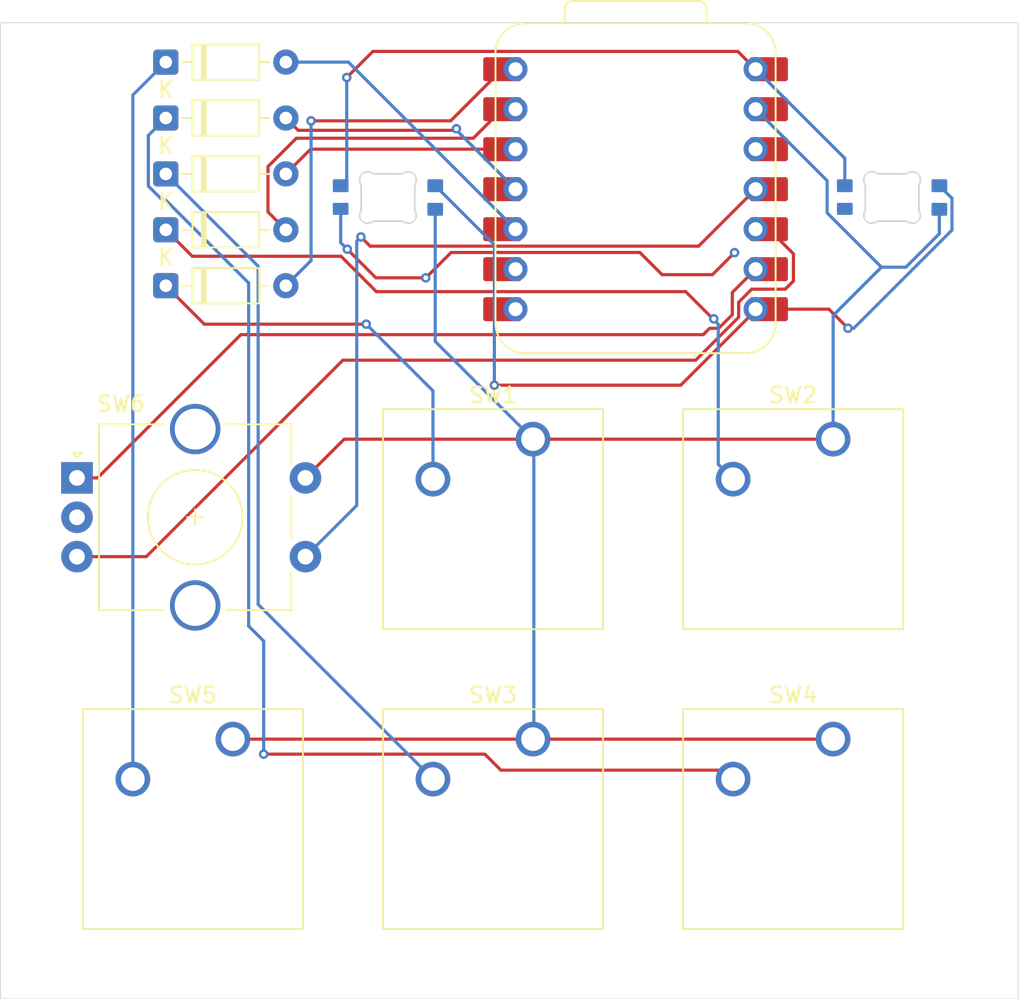
<source format=kicad_pcb>
(kicad_pcb (version 20241229) (generator "pcbnew") (generator_version "9.0")
  (layers (0 "F.Cu" signal) (2 "B.Cu" signal) (13 "F.Paste" user) (15 "B.Paste" user) (5 "F.SilkS" user "F.Silkscreen") (7 "B.SilkS" user "B.Silkscreen") (1 "F.Mask" user) (3 "B.Mask" user) (25 "Edge.Cuts" user))
  (net 0 "")
  (net 1 "unconnected-(U1-GPIO0{slash}TX-Pad7)")
  (net 2 "Net-(D3-K)")
  (net 3 "Net-(D3-A)")
  (net 4 "unconnected-(U1-3V3-Pad12)")
  (net 5 "Net-(D4-K)")
  (net 6 "unconnected-(U1-GPIO7{slash}SCL-Pad6)")
  (net 7 "Net-(D4-A)")
  (net 8 "GND")
  (net 9 "+5V")
  (net 10 "Net-(D1-DIN)")
  (net 11 "Net-(D5-K)")
  (net 12 "Net-(D5-A)")
  (net 13 "Net-(D6-K)")
  (net 14 "Net-(D6-A)")
  (net 15 "Net-(D7-A)")
  (net 16 "Net-(D7-K)")
  (net 17 "Net-(U1-GPIO4{slash}MISO)")
  (net 18 "Net-(U1-GPIO3{slash}MOSI)")
  (net 20 "Net-(U1-GPIO2{slash}SCK)")
  (net 21 "Net-(D1-DOUT)")
  (footprint "Diode_THT:D_DO-35_SOD27_P7.62mm_Horizontal" (layer "F.Cu") (at 72.1 63.8)
    (property "Reference" "D5" (hide yes))
    (property "Value" "1N4148")
    (fp_line (start 1.04 0) (end 1.69 0) (stroke (width 0.12)) (layer "F.SilkS"))
    (fp_line (start 2.29 -1.12) (end 2.29 1.12) (stroke (width 0.12)) (layer "F.SilkS"))
    (fp_line (start 2.41 -1.12) (end 2.41 1.12) (stroke (width 0.12)) (layer "F.SilkS"))
    (fp_line (start 2.53 -1.12) (end 2.53 1.12) (stroke (width 0.12)) (layer "F.SilkS"))
    (fp_line (start 6.58 0) (end 5.93 0) (stroke (width 0.12)) (layer "F.SilkS"))
    (fp_rect (start 1.69 -1.12) (end 5.93 1.12) (stroke (width 0.12)) (fill no) (layer "F.SilkS"))
    (fp_text user "K" (at 0 -1.8 0) (layer "F.SilkS"))
    (pad "1" thru_hole roundrect (at 0 0) (size 1.6 1.6) (drill 0.8) (layers "*.Cu" "*.Mask") (roundrect_rratio 0.15625) (net 11 "Net-(D5-K)"))
    (pad "2" thru_hole circle (at 7.62 0) (size 1.6 1.6) (drill 0.8) (layers "*.Cu" "*.Mask") (net 12 "Net-(D5-A)"))
  )
  (footprint "MountingHole:MountingHole_2.7mm_M2.5" (layer "F.Cu") (at 123.4 57.4)
    (property "Reference" "H2" (hide yes))
    (property "Value" "MountingHole_2.7mm_M2.5" (hide yes))
    (pad "" np_thru_hole circle (at 0 0) (size 2.7 2.7) (drill 2.7) (layers "*.Cu" "*.Mask"))
  )
  (footprint "Rotary_Encoder:RotaryEncoder_Alps_EC11E-Switch_Vertical_H20mm_CircularMountingHoles" (layer "F.Cu") (at 66.4625 83.1062)
    (property "Reference" "SW6" (at 2.8 -4.7 0) (layer "F.SilkS"))
    (property "Value" "EC11")
    (fp_line (start -0.3 -1.6) (end 0.3 -1.6) (stroke (width 0.12)) (layer "F.SilkS"))
    (fp_line (start 0 -1.3) (end -0.3 -1.6) (stroke (width 0.12)) (layer "F.SilkS"))
    (fp_line (start 0.3 -1.6) (end 0 -1.3) (stroke (width 0.12)) (layer "F.SilkS"))
    (fp_line (start 1.4 -3.4) (end 1.4 8.4) (stroke (width 0.12)) (layer "F.SilkS"))
    (fp_line (start 5.5 -3.4) (end 1.4 -3.4) (stroke (width 0.12)) (layer "F.SilkS"))
    (fp_line (start 5.5 8.4) (end 1.4 8.4) (stroke (width 0.12)) (layer "F.SilkS"))
    (fp_line (start 7 2.5) (end 8 2.5) (stroke (width 0.12)) (layer "F.SilkS"))
    (fp_line (start 7.5 2) (end 7.5 3) (stroke (width 0.12)) (layer "F.SilkS"))
    (fp_line (start 9.5 -3.4) (end 13.6 -3.4) (stroke (width 0.12)) (layer "F.SilkS"))
    (fp_line (start 13.6 -3.4) (end 13.6 -1) (stroke (width 0.12)) (layer "F.SilkS"))
    (fp_line (start 13.6 1.2) (end 13.6 3.8) (stroke (width 0.12)) (layer "F.SilkS"))
    (fp_line (start 13.6 6) (end 13.6 8.4) (stroke (width 0.12)) (layer "F.SilkS"))
    (fp_line (start 13.6 8.4) (end 9.5 8.4) (stroke (width 0.12)) (layer "F.SilkS"))
    (fp_circle (center 7.5 2.5) (end 10.5 2.5) (stroke (width 0.12)) (fill no) (layer "F.SilkS"))
    (pad "A" thru_hole rect (at 0 0) (size 2 2) (drill 1) (layers "*.Cu" "*.Mask") (net 20 "Net-(U1-GPIO2{slash}SCK)"))
    (pad "B" thru_hole circle (at 0 5) (size 2 2) (drill 1) (layers "*.Cu" "*.Mask") (net 17 "Net-(U1-GPIO4{slash}MISO)"))
    (pad "C" thru_hole circle (at 0 2.5) (size 2 2) (drill 1) (layers "*.Cu" "*.Mask"))
    (pad "MP" thru_hole circle (at 7.5 -3.1) (size 3.2 3.2) (drill 2.6) (layers "*.Cu" "*.Mask"))
    (pad "MP" thru_hole circle (at 7.5 8.1) (size 3.2 3.2) (drill 2.6) (layers "*.Cu" "*.Mask"))
    (pad "S1" thru_hole circle (at 14.5 5) (size 2 2) (drill 1) (layers "*.Cu" "*.Mask") (net 18 "Net-(U1-GPIO3{slash}MOSI)"))
    (pad "S2" thru_hole circle (at 14.5 0) (size 2 2) (drill 1) (layers "*.Cu" "*.Mask") (net 8 "GND"))
  )
  (footprint "Button_Switch_Keyboard:SW_Cherry_MX_1.00u_PCB" (layer "F.Cu") (at 114.4588 99.695)
    (property "Reference" "SW4" (at -2.54 -2.794 0) (layer "F.SilkS"))
    (property "Value" "SW_Push")
    (fp_line (start -9.525 -1.905) (end 4.445 -1.905) (stroke (width 0.12)) (layer "F.SilkS"))
    (fp_line (start -9.525 12.065) (end -9.525 -1.905) (stroke (width 0.12)) (layer "F.SilkS"))
    (fp_line (start 4.445 -1.905) (end 4.445 12.065) (stroke (width 0.12)) (layer "F.SilkS"))
    (fp_line (start 4.445 12.065) (end -9.525 12.065) (stroke (width 0.12)) (layer "F.SilkS"))
    (pad "" np_thru_hole circle (at -7.62 5.08) (size 1.7 1.7) (drill 1.7) (layers "*.Cu" "*.Mask"))
    (pad "" np_thru_hole circle (at -2.54 5.08) (size 4 4) (drill 4) (layers "*.Cu" "*.Mask"))
    (pad "" np_thru_hole circle (at 2.54 5.08) (size 1.7 1.7) (drill 1.7) (layers "*.Cu" "*.Mask"))
    (pad "1" thru_hole circle (at 0 0) (size 2.2 2.2) (drill 1.5) (layers "*.Cu" "*.Mask") (net 8 "GND"))
    (pad "2" thru_hole circle (at -6.35 2.54) (size 2.2 2.2) (drill 1.5) (layers "*.Cu" "*.Mask") (net 5 "Net-(D4-K)"))
  )
  (footprint "LED_SMD:SK6812MINI-E_fixed" (layer "F.Cu") (at 118.2 65.4)
    (property "Reference" "D2" (hide yes))
    (property "Value" "SK6812MINI-E" (hide yes))
    (fp_line (start -1.699998 0.6) (end -1.699998 -0.805684) (stroke (width 0.1)) (layer "Edge.Cuts"))
    (fp_line (start -0.794451 -1.602841) (end 0.794454 -1.602841) (stroke (width 0.1)) (layer "Edge.Cuts"))
    (fp_line (start 0.794453 1.397158) (end -0.794451 1.397158) (stroke (width 0.1)) (layer "Edge.Cuts"))
    (fp_line (start 1.7 -0.805684) (end 1.7 0.6) (stroke (width 0.1)) (layer "Edge.Cuts"))
    (fp_arc (start -1.749483 -1.022562) (mid -1.712526 -0.91691) (end -1.699998 -0.805684) (stroke (width 0.1)) (layer "Edge.Cuts"))
    (fp_arc (start -1.749483 -1.022562) (mid -1.63807 -1.606877) (end -1.04671 -1.671141) (stroke (width 0.1)) (layer "Edge.Cuts"))
    (fp_arc (start -1.699998 0.600001) (mid -1.712526 0.711226) (end -1.749483 0.816878) (stroke (width 0.1)) (layer "Edge.Cuts"))
    (fp_arc (start -1.04671 1.465455) (mid -1.638069 1.401192) (end -1.749483 0.816878) (stroke (width 0.1)) (layer "Edge.Cuts"))
    (fp_arc (start -1.046709 1.465457) (mid -0.925121 1.414535) (end -0.794451 1.397158) (stroke (width 0.1)) (layer "Edge.Cuts"))
    (fp_arc (start -0.794452 -1.602842) (mid -0.925122 -1.620219) (end -1.04671 -1.671141) (stroke (width 0.1)) (layer "Edge.Cuts"))
    (fp_arc (start 0.794453 1.397158) (mid 0.925124 1.414535) (end 1.046712 1.465457) (stroke (width 0.1)) (layer "Edge.Cuts"))
    (fp_arc (start 1.046712 -1.67114) (mid 0.925124 -1.620218) (end 0.794454 -1.602841) (stroke (width 0.1)) (layer "Edge.Cuts"))
    (fp_arc (start 1.046712 -1.67114) (mid 1.638072 -1.606876) (end 1.749485 -1.022562) (stroke (width 0.1)) (layer "Edge.Cuts"))
    (fp_arc (start 1.7 -0.805685) (mid 1.712528 -0.91691) (end 1.749485 -1.022562) (stroke (width 0.1)) (layer "Edge.Cuts"))
    (fp_arc (start 1.749485 0.816877) (mid 1.638073 1.401193) (end 1.046712 1.465457) (stroke (width 0.1)) (layer "Edge.Cuts"))
    (fp_arc (start 1.749485 0.816878) (mid 1.712528 0.711226) (end 1.7 0.6) (stroke (width 0.1)) (layer "Edge.Cuts"))
    (pad "1" smd roundrect (at -3 -0.852842 270) (size 0.82 1) (layers "B.Cu" "B.Mask" "B.Paste") (roundrect_rratio 0.1) (net 9 "+5V"))
    (pad "2" smd roundrect (at -3 0.618579 270) (size 0.762842 1) (layers "B.Cu" "B.Mask" "B.Paste") (roundrect_rratio 0.1) (net 21 "Net-(D1-DOUT)"))
    (pad "3" smd roundrect (at 3 0.647158 270) (size 0.82 1) (layers "B.Cu" "B.Mask" "B.Paste") (roundrect_rratio 0.1) (net 8 "GND"))
    (pad "4" smd roundrect (at 3 -0.852842 270) (size 0.82 1) (layers "B.Cu" "B.Mask" "B.Paste") (roundrect_rratio 0.1) (net 10 "Net-(D1-DIN)"))
  )
  (footprint "Button_Switch_Keyboard:SW_Cherry_MX_1.00u_PCB" (layer "F.Cu") (at 76.3588 99.695)
    (property "Reference" "SW5" (at -2.54 -2.794 0) (layer "F.SilkS"))
    (property "Value" "SW_Push")
    (fp_line (start -9.525 -1.905) (end 4.445 -1.905) (stroke (width 0.12)) (layer "F.SilkS"))
    (fp_line (start -9.525 12.065) (end -9.525 -1.905) (stroke (width 0.12)) (layer "F.SilkS"))
    (fp_line (start 4.445 -1.905) (end 4.445 12.065) (stroke (width 0.12)) (layer "F.SilkS"))
    (fp_line (start 4.445 12.065) (end -9.525 12.065) (stroke (width 0.12)) (layer "F.SilkS"))
    (pad "" np_thru_hole circle (at -7.62 5.08) (size 1.7 1.7) (drill 1.7) (layers "*.Cu" "*.Mask"))
    (pad "" np_thru_hole circle (at -2.54 5.08) (size 4 4) (drill 4) (layers "*.Cu" "*.Mask"))
    (pad "" np_thru_hole circle (at 2.54 5.08) (size 1.7 1.7) (drill 1.7) (layers "*.Cu" "*.Mask"))
    (pad "1" thru_hole circle (at 0 0) (size 2.2 2.2) (drill 1.5) (layers "*.Cu" "*.Mask") (net 8 "GND"))
    (pad "2" thru_hole circle (at -6.35 2.54) (size 2.2 2.2) (drill 1.5) (layers "*.Cu" "*.Mask") (net 2 "Net-(D3-K)"))
  )
  (footprint "LED_SMD:SK6812MINI-E_fixed" (layer "F.Cu") (at 86.2 65.4)
    (property "Reference" "D1" (hide yes))
    (property "Value" "SK6812MINI-E" (hide yes))
    (fp_line (start -1.699998 0.6) (end -1.699998 -0.805684) (stroke (width 0.1)) (layer "Edge.Cuts"))
    (fp_line (start -0.794451 -1.602841) (end 0.794454 -1.602841) (stroke (width 0.1)) (layer "Edge.Cuts"))
    (fp_line (start 0.794453 1.397158) (end -0.794451 1.397158) (stroke (width 0.1)) (layer "Edge.Cuts"))
    (fp_line (start 1.7 -0.805684) (end 1.7 0.6) (stroke (width 0.1)) (layer "Edge.Cuts"))
    (fp_arc (start -1.749483 -1.022562) (mid -1.712526 -0.91691) (end -1.699998 -0.805684) (stroke (width 0.1)) (layer "Edge.Cuts"))
    (fp_arc (start -1.749483 -1.022562) (mid -1.63807 -1.606877) (end -1.04671 -1.671141) (stroke (width 0.1)) (layer "Edge.Cuts"))
    (fp_arc (start -1.699998 0.600001) (mid -1.712526 0.711226) (end -1.749483 0.816878) (stroke (width 0.1)) (layer "Edge.Cuts"))
    (fp_arc (start -1.04671 1.465455) (mid -1.638069 1.401192) (end -1.749483 0.816878) (stroke (width 0.1)) (layer "Edge.Cuts"))
    (fp_arc (start -1.046709 1.465457) (mid -0.925121 1.414535) (end -0.794451 1.397158) (stroke (width 0.1)) (layer "Edge.Cuts"))
    (fp_arc (start -0.794452 -1.602842) (mid -0.925122 -1.620219) (end -1.04671 -1.671141) (stroke (width 0.1)) (layer "Edge.Cuts"))
    (fp_arc (start 0.794453 1.397158) (mid 0.925124 1.414535) (end 1.046712 1.465457) (stroke (width 0.1)) (layer "Edge.Cuts"))
    (fp_arc (start 1.046712 -1.67114) (mid 0.925124 -1.620218) (end 0.794454 -1.602841) (stroke (width 0.1)) (layer "Edge.Cuts"))
    (fp_arc (start 1.046712 -1.67114) (mid 1.638072 -1.606876) (end 1.749485 -1.022562) (stroke (width 0.1)) (layer "Edge.Cuts"))
    (fp_arc (start 1.7 -0.805685) (mid 1.712528 -0.91691) (end 1.749485 -1.022562) (stroke (width 0.1)) (layer "Edge.Cuts"))
    (fp_arc (start 1.749485 0.816877) (mid 1.638073 1.401193) (end 1.046712 1.465457) (stroke (width 0.1)) (layer "Edge.Cuts"))
    (fp_arc (start 1.749485 0.816878) (mid 1.712528 0.711226) (end 1.7 0.6) (stroke (width 0.1)) (layer "Edge.Cuts"))
    (pad "1" smd roundrect (at -3 -0.852842 270) (size 0.82 1) (layers "B.Cu" "B.Mask" "B.Paste") (roundrect_rratio 0.1) (net 9 "+5V"))
    (pad "2" smd roundrect (at -3 0.618579 270) (size 0.762842 1) (layers "B.Cu" "B.Mask" "B.Paste") (roundrect_rratio 0.1))
    (pad "3" smd roundrect (at 3 0.647158 270) (size 0.82 1) (layers "B.Cu" "B.Mask" "B.Paste") (roundrect_rratio 0.1) (net 8 "GND"))
    (pad "4" smd roundrect (at 3 -0.852842 270) (size 0.82 1) (layers "B.Cu" "B.Mask" "B.Paste") (roundrect_rratio 0.1) (net 10 "Net-(D1-DIN)"))
  )
  (footprint "Test:XIAO-RP2040-DIP" (layer "F.Cu") (at 101.9175 64.77)
    (property "Reference" "U1" (hide yes))
    (property "Value" "XIAO-RP2040-DIP" (hide yes))
    (fp_line (start -8.89 8.509) (end -8.89 -8.636) (stroke (width 0.127)) (layer "F.SilkS"))
    (fp_line (start -6.985 10.414) (end 6.985 10.414) (stroke (width 0.127)) (layer "F.SilkS"))
    (fp_line (start -4.495 -10.541) (end -4.491272 -11.451272) (stroke (width 0.127)) (layer "F.SilkS"))
    (fp_line (start -3.991272 -11.951) (end 4.004 -11.951) (stroke (width 0.127)) (layer "F.SilkS"))
    (fp_line (start 4.504 -11.451) (end 4.504 -10.541) (stroke (width 0.127)) (layer "F.SilkS"))
    (fp_line (start 6.985 -10.541) (end -6.985 -10.541) (stroke (width 0.1)) (layer "F.SilkS"))
    (fp_line (start 6.985 -10.541) (end -6.985 -10.541) (stroke (width 0.127)) (layer "F.SilkS"))
    (fp_line (start 8.89 8.509) (end 8.89 -8.636) (stroke (width 0.127)) (layer "F.SilkS"))
    (fp_arc (start -8.89 -8.636) (mid -8.332038 -9.983038) (end -6.985 -10.541) (stroke (width 0.127)) (layer "F.SilkS"))
    (fp_arc (start -6.985 10.414) (mid -8.332038 9.856038) (end -8.89 8.509) (stroke (width 0.127)) (layer "F.SilkS"))
    (fp_arc (start -4.491272 -11.451272) (mid -4.344728 -11.80464) (end -3.991272 -11.951) (stroke (width 0.127)) (layer "F.SilkS"))
    (fp_arc (start 4.004 -11.951) (mid 4.357553 -11.804553) (end 4.504 -11.451) (stroke (width 0.127)) (layer "F.SilkS"))
    (fp_arc (start 6.985 -10.541) (mid 8.332038 -9.983038) (end 8.89 -8.636) (stroke (width 0.127)) (layer "F.SilkS"))
    (fp_arc (start 8.89 8.509) (mid 8.332038 9.856038) (end 6.985 10.414) (stroke (width 0.127)) (layer "F.SilkS"))
    (pad "1" smd roundrect (at -8.455 -7.62 180) (size 2.432 1.524) (layers "F.Cu" "F.Mask") (roundrect_rratio 0.1) (net 15 "Net-(D7-A)"))
    (pad "1" thru_hole circle (at -7.62 -7.62 180) (size 1.524 1.524) (drill 0.889) (layers "*.Cu" "*.Mask") (net 15 "Net-(D7-A)"))
    (pad "2" smd roundrect (at -8.455 -5.08 180) (size 2.432 1.524) (layers "F.Cu" "F.Mask") (roundrect_rratio 0.1) (net 14 "Net-(D6-A)"))
    (pad "2" thru_hole circle (at -7.62 -5.08 180) (size 1.524 1.524) (drill 0.889) (layers "*.Cu" "*.Mask") (net 14 "Net-(D6-A)"))
    (pad "3" smd roundrect (at -8.455 -2.54 180) (size 2.432 1.524) (layers "F.Cu" "F.Mask") (roundrect_rratio 0.1) (net 12 "Net-(D5-A)"))
    (pad "3" thru_hole circle (at -7.62 -2.54 180) (size 1.524 1.524) (drill 0.889) (layers "*.Cu" "*.Mask") (net 12 "Net-(D5-A)"))
    (pad "4" smd roundrect (at -8.455 0 180) (size 2.432 1.524) (layers "F.Cu" "F.Mask") (roundrect_rratio 0.1) (net 7 "Net-(D4-A)"))
    (pad "4" thru_hole circle (at -7.62 0 180) (size 1.524 1.524) (drill 0.889) (layers "*.Cu" "*.Mask") (net 7 "Net-(D4-A)"))
    (pad "5" smd roundrect (at -8.455 2.54 180) (size 2.432 1.524) (layers "F.Cu" "F.Mask") (roundrect_rratio 0.1) (net 3 "Net-(D3-A)"))
    (pad "5" thru_hole circle (at -7.62 2.54 180) (size 1.524 1.524) (drill 0.889) (layers "*.Cu" "*.Mask") (net 3 "Net-(D3-A)"))
    (pad "6" smd roundrect (at -8.455 5.08 180) (size 2.432 1.524) (layers "F.Cu" "F.Mask") (roundrect_rratio 0.1) (net 6 "unconnected-(U1-GPIO7{slash}SCL-Pad6)"))
    (pad "6" thru_hole circle (at -7.62 5.08 180) (size 1.524 1.524) (drill 0.889) (layers "*.Cu" "*.Mask") (net 6 "unconnected-(U1-GPIO7{slash}SCL-Pad6)"))
    (pad "7" smd roundrect (at -8.455 7.62 180) (size 2.432 1.524) (layers "F.Cu" "F.Mask") (roundrect_rratio 0.1) (net 1 "unconnected-(U1-GPIO0{slash}TX-Pad7)"))
    (pad "7" thru_hole circle (at -7.62 7.62 180) (size 1.524 1.524) (drill 0.889) (layers "*.Cu" "*.Mask") (net 1 "unconnected-(U1-GPIO0{slash}TX-Pad7)"))
    (pad "8" thru_hole circle (at 7.62 7.62) (size 1.524 1.524) (drill 0.889) (layers "*.Cu" "*.Mask") (net 10 "Net-(D1-DIN)"))
    (pad "8" smd roundrect (at 8.455 7.62) (size 2.432 1.524) (layers "F.Cu" "F.Mask") (roundrect_rratio 0.1) (net 10 "Net-(D1-DIN)"))
    (pad "9" thru_hole circle (at 7.62 5.08) (size 1.524 1.524) (drill 0.889) (layers "*.Cu" "*.Mask") (net 20 "Net-(U1-GPIO2{slash}SCK)"))
    (pad "9" smd roundrect (at 8.455 5.08) (size 2.432 1.524) (layers "F.Cu" "F.Mask") (roundrect_rratio 0.1) (net 20 "Net-(U1-GPIO2{slash}SCK)"))
    (pad "10" thru_hole circle (at 7.62 2.54) (size 1.524 1.524) (drill 0.889) (layers "*.Cu" "*.Mask") (net 17 "Net-(U1-GPIO4{slash}MISO)"))
    (pad "10" smd roundrect (at 8.455 2.54) (size 2.432 1.524) (layers "F.Cu" "F.Mask") (roundrect_rratio 0.1) (net 17 "Net-(U1-GPIO4{slash}MISO)"))
    (pad "11" thru_hole circle (at 7.62 0) (size 1.524 1.524) (drill 0.889) (layers "*.Cu" "*.Mask") (net 18 "Net-(U1-GPIO3{slash}MOSI)"))
    (pad "11" smd roundrect (at 8.455 0) (size 2.432 1.524) (layers "F.Cu" "F.Mask") (roundrect_rratio 0.1) (net 18 "Net-(U1-GPIO3{slash}MOSI)"))
    (pad "12" thru_hole circle (at 7.62 -2.54) (size 1.524 1.524) (drill 0.889) (layers "*.Cu" "*.Mask") (net 4 "unconnected-(U1-3V3-Pad12)"))
    (pad "12" smd roundrect (at 8.455 -2.54) (size 2.432 1.524) (layers "F.Cu" "F.Mask") (roundrect_rratio 0.1) (net 4 "unconnected-(U1-3V3-Pad12)"))
    (pad "13" thru_hole circle (at 7.62 -5.08) (size 1.524 1.524) (drill 0.889) (layers "*.Cu" "*.Mask") (net 8 "GND"))
    (pad "13" smd roundrect (at 8.455 -5.08) (size 2.432 1.524) (layers "F.Cu" "F.Mask") (roundrect_rratio 0.1) (net 8 "GND"))
    (pad "14" thru_hole circle (at 7.62 -7.62) (size 1.524 1.524) (drill 0.889) (layers "*.Cu" "*.Mask") (net 9 "+5V"))
    (pad "14" smd roundrect (at 8.455 -7.62) (size 2.432 1.524) (layers "F.Cu" "F.Mask") (roundrect_rratio 0.1) (net 9 "+5V"))
  )
  (footprint "Button_Switch_Keyboard:SW_Cherry_MX_1.00u_PCB" (layer "F.Cu") (at 95.4088 80.645)
    (property "Reference" "SW1" (at -2.54 -2.794 0) (layer "F.SilkS"))
    (property "Value" "SW_Push")
    (fp_line (start -9.525 -1.905) (end 4.445 -1.905) (stroke (width 0.12)) (layer "F.SilkS"))
    (fp_line (start -9.525 12.065) (end -9.525 -1.905) (stroke (width 0.12)) (layer "F.SilkS"))
    (fp_line (start 4.445 -1.905) (end 4.445 12.065) (stroke (width 0.12)) (layer "F.SilkS"))
    (fp_line (start 4.445 12.065) (end -9.525 12.065) (stroke (width 0.12)) (layer "F.SilkS"))
    (pad "" np_thru_hole circle (at -7.62 5.08) (size 1.7 1.7) (drill 1.7) (layers "*.Cu" "*.Mask"))
    (pad "" np_thru_hole circle (at -2.54 5.08) (size 4 4) (drill 4) (layers "*.Cu" "*.Mask"))
    (pad "" np_thru_hole circle (at 2.54 5.08) (size 1.7 1.7) (drill 1.7) (layers "*.Cu" "*.Mask"))
    (pad "1" thru_hole circle (at 0 0) (size 2.2 2.2) (drill 1.5) (layers "*.Cu" "*.Mask") (net 8 "GND"))
    (pad "2" thru_hole circle (at -6.35 2.54) (size 2.2 2.2) (drill 1.5) (layers "*.Cu" "*.Mask") (net 16 "Net-(D7-K)"))
  )
  (footprint "Diode_THT:D_DO-35_SOD27_P7.62mm_Horizontal" (layer "F.Cu") (at 72.1 67.35)
    (property "Reference" "D6" (hide yes))
    (property "Value" "1N4148")
    (fp_line (start 1.04 0) (end 1.69 0) (stroke (width 0.12)) (layer "F.SilkS"))
    (fp_line (start 2.29 -1.12) (end 2.29 1.12) (stroke (width 0.12)) (layer "F.SilkS"))
    (fp_line (start 2.41 -1.12) (end 2.41 1.12) (stroke (width 0.12)) (layer "F.SilkS"))
    (fp_line (start 2.53 -1.12) (end 2.53 1.12) (stroke (width 0.12)) (layer "F.SilkS"))
    (fp_line (start 6.58 0) (end 5.93 0) (stroke (width 0.12)) (layer "F.SilkS"))
    (fp_rect (start 1.69 -1.12) (end 5.93 1.12) (stroke (width 0.12)) (fill no) (layer "F.SilkS"))
    (fp_text user "K" (at 0 -1.8 0) (layer "F.SilkS"))
    (pad "1" thru_hole roundrect (at 0 0) (size 1.6 1.6) (drill 0.8) (layers "*.Cu" "*.Mask") (roundrect_rratio 0.15625) (net 13 "Net-(D6-K)"))
    (pad "2" thru_hole circle (at 7.62 0) (size 1.6 1.6) (drill 0.8) (layers "*.Cu" "*.Mask") (net 14 "Net-(D6-A)"))
  )
  (footprint "Diode_THT:D_DO-35_SOD27_P7.62mm_Horizontal" (layer "F.Cu") (at 72.1 60.25)
    (property "Reference" "D4" (hide yes))
    (property "Value" "1N4148")
    (fp_line (start 1.04 0) (end 1.69 0) (stroke (width 0.12)) (layer "F.SilkS"))
    (fp_line (start 2.29 -1.12) (end 2.29 1.12) (stroke (width 0.12)) (layer "F.SilkS"))
    (fp_line (start 2.41 -1.12) (end 2.41 1.12) (stroke (width 0.12)) (layer "F.SilkS"))
    (fp_line (start 2.53 -1.12) (end 2.53 1.12) (stroke (width 0.12)) (layer "F.SilkS"))
    (fp_line (start 6.58 0) (end 5.93 0) (stroke (width 0.12)) (layer "F.SilkS"))
    (fp_rect (start 1.69 -1.12) (end 5.93 1.12) (stroke (width 0.12)) (fill no) (layer "F.SilkS"))
    (fp_text user "K" (at 0 -1.8 0) (layer "F.SilkS"))
    (pad "1" thru_hole roundrect (at 0 0) (size 1.6 1.6) (drill 0.8) (layers "*.Cu" "*.Mask") (roundrect_rratio 0.15625) (net 5 "Net-(D4-K)"))
    (pad "2" thru_hole circle (at 7.62 0) (size 1.6 1.6) (drill 0.8) (layers "*.Cu" "*.Mask") (net 7 "Net-(D4-A)"))
  )
  (footprint "Button_Switch_Keyboard:SW_Cherry_MX_1.00u_PCB" (layer "F.Cu") (at 95.4088 99.695)
    (property "Reference" "SW3" (at -2.54 -2.794 0) (layer "F.SilkS"))
    (property "Value" "SW_Push")
    (fp_line (start -9.525 -1.905) (end 4.445 -1.905) (stroke (width 0.12)) (layer "F.SilkS"))
    (fp_line (start -9.525 12.065) (end -9.525 -1.905) (stroke (width 0.12)) (layer "F.SilkS"))
    (fp_line (start 4.445 -1.905) (end 4.445 12.065) (stroke (width 0.12)) (layer "F.SilkS"))
    (fp_line (start 4.445 12.065) (end -9.525 12.065) (stroke (width 0.12)) (layer "F.SilkS"))
    (pad "" np_thru_hole circle (at -7.62 5.08) (size 1.7 1.7) (drill 1.7) (layers "*.Cu" "*.Mask"))
    (pad "" np_thru_hole circle (at -2.54 5.08) (size 4 4) (drill 4) (layers "*.Cu" "*.Mask"))
    (pad "" np_thru_hole circle (at 2.54 5.08) (size 1.7 1.7) (drill 1.7) (layers "*.Cu" "*.Mask"))
    (pad "1" thru_hole circle (at 0 0) (size 2.2 2.2) (drill 1.5) (layers "*.Cu" "*.Mask") (net 8 "GND"))
    (pad "2" thru_hole circle (at -6.35 2.54) (size 2.2 2.2) (drill 1.5) (layers "*.Cu" "*.Mask") (net 11 "Net-(D5-K)"))
  )
  (footprint "Diode_THT:D_DO-35_SOD27_P7.62mm_Horizontal" (layer "F.Cu") (at 72.1 70.9)
    (property "Reference" "D7" (hide yes))
    (property "Value" "1N4148")
    (fp_line (start 1.04 0) (end 1.69 0) (stroke (width 0.12)) (layer "F.SilkS"))
    (fp_line (start 2.29 -1.12) (end 2.29 1.12) (stroke (width 0.12)) (layer "F.SilkS"))
    (fp_line (start 2.41 -1.12) (end 2.41 1.12) (stroke (width 0.12)) (layer "F.SilkS"))
    (fp_line (start 2.53 -1.12) (end 2.53 1.12) (stroke (width 0.12)) (layer "F.SilkS"))
    (fp_line (start 6.58 0) (end 5.93 0) (stroke (width 0.12)) (layer "F.SilkS"))
    (fp_rect (start 1.69 -1.12) (end 5.93 1.12) (stroke (width 0.12)) (fill no) (layer "F.SilkS"))
    (fp_text user "K" (at 0 -1.8 0) (layer "F.SilkS"))
    (pad "1" thru_hole roundrect (at 0 0) (size 1.6 1.6) (drill 0.8) (layers "*.Cu" "*.Mask") (roundrect_rratio 0.15625) (net 16 "Net-(D7-K)"))
    (pad "2" thru_hole circle (at 7.62 0) (size 1.6 1.6) (drill 0.8) (layers "*.Cu" "*.Mask") (net 15 "Net-(D7-A)"))
  )
  (footprint "Button_Switch_Keyboard:SW_Cherry_MX_1.00u_PCB" (layer "F.Cu") (at 114.4588 80.645)
    (property "Reference" "SW2" (at -2.54 -2.794 0) (layer "F.SilkS"))
    (property "Value" "SW_Push")
    (fp_line (start -9.525 -1.905) (end 4.445 -1.905) (stroke (width 0.12)) (layer "F.SilkS"))
    (fp_line (start -9.525 12.065) (end -9.525 -1.905) (stroke (width 0.12)) (layer "F.SilkS"))
    (fp_line (start 4.445 -1.905) (end 4.445 12.065) (stroke (width 0.12)) (layer "F.SilkS"))
    (fp_line (start 4.445 12.065) (end -9.525 12.065) (stroke (width 0.12)) (layer "F.SilkS"))
    (pad "" np_thru_hole circle (at -7.62 5.08) (size 1.7 1.7) (drill 1.7) (layers "*.Cu" "*.Mask"))
    (pad "" np_thru_hole circle (at -2.54 5.08) (size 4 4) (drill 4) (layers "*.Cu" "*.Mask"))
    (pad "" np_thru_hole circle (at 2.54 5.08) (size 1.7 1.7) (drill 1.7) (layers "*.Cu" "*.Mask"))
    (pad "1" thru_hole circle (at 0 0) (size 2.2 2.2) (drill 1.5) (layers "*.Cu" "*.Mask") (net 8 "GND"))
    (pad "2" thru_hole circle (at -6.35 2.54) (size 2.2 2.2) (drill 1.5) (layers "*.Cu" "*.Mask") (net 13 "Net-(D6-K)"))
  )
  (footprint "MountingHole:MountingHole_2.7mm_M2.5" (layer "F.Cu") (at 64.4 57.6)
    (property "Reference" "H1" (hide yes))
    (property "Value" "MountingHole_2.7mm_M2.5" (hide yes))
    (pad "" np_thru_hole circle (at 0 0) (size 2.7 2.7) (drill 2.7) (layers "*.Cu" "*.Mask"))
  )
  (footprint "MountingHole:MountingHole_2.7mm_M2.5" (layer "F.Cu") (at 123.8 113)
    (property "Reference" "H3" (hide yes))
    (property "Value" "MountingHole_2.7mm_M2.5" (hide yes))
    (pad "" np_thru_hole circle (at 0 0) (size 2.7 2.7) (drill 2.7) (layers "*.Cu" "*.Mask"))
  )
  (footprint "Diode_THT:D_DO-35_SOD27_P7.62mm_Horizontal" (layer "F.Cu") (at 72.1 56.7)
    (property "Reference" "D3" (hide yes))
    (property "Value" "1N4148")
    (fp_line (start 1.04 0) (end 1.69 0) (stroke (width 0.12)) (layer "F.SilkS"))
    (fp_line (start 2.29 -1.12) (end 2.29 1.12) (stroke (width 0.12)) (layer "F.SilkS"))
    (fp_line (start 2.41 -1.12) (end 2.41 1.12) (stroke (width 0.12)) (layer "F.SilkS"))
    (fp_line (start 2.53 -1.12) (end 2.53 1.12) (stroke (width 0.12)) (layer "F.SilkS"))
    (fp_line (start 6.58 0) (end 5.93 0) (stroke (width 0.12)) (layer "F.SilkS"))
    (fp_rect (start 1.69 -1.12) (end 5.93 1.12) (stroke (width 0.12)) (fill no) (layer "F.SilkS"))
    (pad "1" thru_hole roundrect (at 0 0) (size 1.6 1.6) (drill 0.8) (layers "*.Cu" "*.Mask") (roundrect_rratio 0.15625) (net 2 "Net-(D3-K)"))
    (pad "2" thru_hole circle (at 7.62 0) (size 1.6 1.6) (drill 0.8) (layers "*.Cu" "*.Mask") (net 3 "Net-(D3-A)"))
  )
  (gr_rect (start 61.6 54.2) (end 126.2 116.2) (stroke (width 0.05)) (fill no) (layer "Edge.Cuts"))
  (segment (start 83.6197 68.583865) (end 85.435835 70.4) (width 0.2) (layer "F.Cu") (net 0))
  (segment (start 106.8 70.2) (end 108.2 68.8) (width 0.2) (layer "F.Cu") (net 0))
  (segment (start 102.1882 68.7882) (end 103.6 70.2) (width 0.2) (layer "F.Cu") (net 0))
  (segment (start 103.6 70.2) (end 106.8 70.2) (width 0.2) (layer "F.Cu") (net 0))
  (segment (start 90.2118 68.7882) (end 102.1882 68.7882) (width 0.2) (layer "F.Cu") (net 0))
  (segment (start 85.435835 70.4) (end 88.6 70.4) (width 0.2) (layer "F.Cu") (net 0))
  (segment (start 88.6 70.4) (end 90.2118 68.7882) (width 0.2) (layer "F.Cu") (net 0))
  (via (at 83.6197 68.583865) (size 0.6) (drill 0.3) (layers "F.Cu" "B.Cu") (net 0))
  (via (at 88.6 70.4) (size 0.6) (drill 0.3) (layers "F.Cu" "B.Cu") (net 0))
  (via (at 108.2 68.8) (size 0.6) (drill 0.3) (layers "F.Cu" "B.Cu") (net 0))
  (segment (start 83.2 68.164165) (end 83.6197 68.583865) (width 0.2) (layer "B.Cu") (net 0))
  (segment (start 83.2 66.018579) (end 83.2 68.164165) (width 0.2) (layer "B.Cu") (net 0))
  (segment (start 94.2975 72.39) (end 93.4625 72.39) (width 0.2) (layer "F.Cu") (net 1))
  (segment (start 70.0088 102.235) (end 70.0088 58.7912) (width 0.2) (layer "B.Cu") (net 2))
  (segment (start 70.0088 58.7912) (end 72.1 56.7) (width 0.2) (layer "B.Cu") (net 2))
  (segment (start 94.2975 67.31) (end 93.4625 67.31) (width 0.2) (layer "F.Cu") (net 3))
  (segment (start 83.6875 56.7) (end 79.72 56.7) (width 0.2) (layer "B.Cu") (net 3))
  (segment (start 94.2975 67.31) (end 83.6875 56.7) (width 0.2) (layer "B.Cu") (net 3))
  (segment (start 110.3725 62.23) (end 109.5375 62.23) (width 0.2) (layer "F.Cu") (net 4))
  (segment (start 78.3103 100.6492) (end 92.3495 100.6492) (width 0.2) (layer "F.Cu") (net 5))
  (segment (start 92.3495 100.6492) (end 93.3653 101.665) (width 0.2) (layer "F.Cu") (net 5))
  (segment (start 93.3653 101.665) (end 107.5388 101.665) (width 0.2) (layer "F.Cu") (net 5))
  (segment (start 107.5388 101.665) (end 108.1088 102.235) (width 0.2) (layer "F.Cu") (net 5))
  (via (at 78.3103 100.6492) (size 0.6) (drill 0.3) (layers "F.Cu" "B.Cu") (net 5))
  (segment (start 70.9929 61.3571) (end 70.9929 64.5744) (width 0.2) (layer "B.Cu") (net 5))
  (segment (start 72.0649 65.4334) (end 77.3586 70.7271) (width 0.2) (layer "B.Cu") (net 5))
  (segment (start 77.3586 70.7271) (end 77.3586 92.5149) (width 0.2) (layer "B.Cu") (net 5))
  (segment (start 71.8519 65.4334) (end 72.0649 65.4334) (width 0.2) (layer "B.Cu") (net 5))
  (segment (start 78.3103 93.4666) (end 78.3103 100.6492) (width 0.2) (layer "B.Cu") (net 5))
  (segment (start 72.1 60.25) (end 70.9929 61.3571) (width 0.2) (layer "B.Cu") (net 5))
  (segment (start 70.9929 64.5744) (end 71.8519 65.4334) (width 0.2) (layer "B.Cu") (net 5))
  (segment (start 77.3586 92.5149) (end 78.3103 93.4666) (width 0.2) (layer "B.Cu") (net 5))
  (segment (start 93.4625 69.85) (end 94.2975 69.85) (width 0.2) (layer "F.Cu") (net 6))
  (segment (start 80.5018 61.0318) (end 79.72 60.25) (width 0.2) (layer "F.Cu") (net 7))
  (segment (start 90.5463 60.9325) (end 90.447 61.0318) (width 0.2) (layer "F.Cu") (net 7))
  (segment (start 94.2975 64.77) (end 93.4625 64.77) (width 0.2) (layer "F.Cu") (net 7))
  (segment (start 90.447 61.0318) (end 80.5018 61.0318) (width 0.2) (layer "F.Cu") (net 7))
  (via (at 90.5463 60.9325) (size 0.6) (drill 0.3) (layers "F.Cu" "B.Cu") (net 7))
  (segment (start 94.2975 64.77) (end 90.5463 61.0188) (width 0.2) (layer "B.Cu") (net 7))
  (segment (start 90.5463 61.0188) (end 90.5463 60.9325) (width 0.2) (layer "B.Cu") (net 7))
  (segment (start 114.4588 99.695) (end 95.4088 99.695) (width 0.2) (layer "F.Cu") (net 8))
  (segment (start 109.5375 59.69) (end 110.3725 59.69) (width 0.2) (layer "F.Cu") (net 8))
  (segment (start 76.3588 99.695) (end 95.4088 99.695) (width 0.2) (layer "F.Cu") (net 8))
  (segment (start 83.4237 80.645) (end 95.4088 80.645) (width 0.2) (layer "F.Cu") (net 8))
  (segment (start 80.9625 83.1062) (end 83.4237 80.645) (width 0.2) (layer "F.Cu") (net 8))
  (segment (start 114.4588 80.645) (end 95.4088 80.645) (width 0.2) (layer "F.Cu") (net 8))
  (segment (start 121.2 67.6) (end 119.078 69.722) (width 0.2) (layer "B.Cu") (net 8))
  (segment (start 117.5252 69.722) (end 114.0769 66.2737) (width 0.2) (layer "B.Cu") (net 8))
  (segment (start 89.2 74.4362) (end 95.4088 80.645) (width 0.2) (layer "B.Cu") (net 8))
  (segment (start 119.078 69.722) (end 117.5252 69.722) (width 0.2) (layer "B.Cu") (net 8))
  (segment (start 114.0769 64.2294) (end 109.5375 59.69) (width 0.2) (layer "B.Cu") (net 8))
  (segment (start 121.2 66.047158) (end 121.2 67.6) (width 0.2) (layer "B.Cu") (net 8))
  (segment (start 95.4088 80.645) (end 95.4596 80.6958) (width 0.2) (layer "B.Cu") (net 8))
  (segment (start 95.4596 99.6442) (end 95.4088 99.695) (width 0.2) (layer "B.Cu") (net 8))
  (segment (start 114.4588 72.7884) (end 114.4588 80.645) (width 0.2) (layer "B.Cu") (net 8))
  (segment (start 114.0769 66.2737) (end 114.0769 64.2294) (width 0.2) (layer "B.Cu") (net 8))
  (segment (start 95.4596 80.6958) (end 95.4596 99.6442) (width 0.2) (layer "B.Cu") (net 8))
  (segment (start 117.5252 69.722) (end 114.4588 72.7884) (width 0.2) (layer "B.Cu") (net 8))
  (segment (start 89.2 66.0472) (end 89.2 74.4362) (width 0.2) (layer "B.Cu") (net 8))
  (segment (start 85.2413 56.0217) (end 108.4092 56.0217) (width 0.2) (layer "F.Cu") (net 9))
  (segment (start 110.3725 57.15) (end 109.5375 57.15) (width 0.2) (layer "F.Cu") (net 9))
  (segment (start 108.4092 56.0217) (end 109.5375 57.15) (width 0.2) (layer "F.Cu") (net 9))
  (segment (start 83.5835 57.6795) (end 85.2413 56.0217) (width 0.2) (layer "F.Cu") (net 9))
  (via (at 83.5835 57.6795) (size 0.6) (drill 0.3) (layers "F.Cu" "B.Cu") (net 9))
  (segment (start 83.5835 64.1637) (end 83.5835 57.6795) (width 0.2) (layer "B.Cu") (net 9))
  (segment (start 83.2 64.5472) (end 83.5835 64.1637) (width 0.2) (layer "B.Cu") (net 9))
  (segment (start 109.5375 57.15) (end 115.2 62.8125) (width 0.2) (layer "B.Cu") (net 9))
  (segment (start 115.2 62.8125) (end 115.2 64.5472) (width 0.2) (layer "B.Cu") (net 9))
  (segment (start 109.5375 72.39) (end 109.5375 72.4674) (width 0.2) (layer "F.Cu") (net 10))
  (segment (start 115.4 73.6) (end 114.19 72.39) (width 0.2) (layer "F.Cu") (net 10))
  (segment (start 109.5375 72.4674) (end 104.7873 77.2176) (width 0.2) (layer "F.Cu") (net 10))
  (segment (start 104.7873 77.2176) (end 92.9547 77.2176) (width 0.2) (layer "F.Cu") (net 10))
  (segment (start 109.5375 72.39) (end 110.3725 72.39) (width 0.2) (layer "F.Cu") (net 10))
  (segment (start 114.19 72.39) (end 110.3725 72.39) (width 0.2) (layer "F.Cu") (net 10))
  (via (at 115.4 73.6) (size 0.6) (drill 0.3) (layers "F.Cu" "B.Cu") (net 10))
  (via (at 92.9547 77.2176) (size 0.6) (drill 0.3) (layers "F.Cu" "B.Cu") (net 10))
  (segment (start 115.7671 73.6) (end 115.4 73.6) (width 0.2) (layer "B.Cu") (net 10))
  (segment (start 121.2 64.547158) (end 122.001 65.348158) (width 0.2) (layer "B.Cu") (net 10))
  (segment (start 122.001 65.348158) (end 122.001 67.3661) (width 0.2) (layer "B.Cu") (net 10))
  (segment (start 92.9547 68.3019) (end 89.2 64.5472) (width 0.2) (layer "B.Cu") (net 10))
  (segment (start 92.9547 77.2176) (end 92.9547 68.3019) (width 0.2) (layer "B.Cu") (net 10))
  (segment (start 122.001 67.3661) (end 115.7671 73.6) (width 0.2) (layer "B.Cu") (net 10))
  (segment (start 89.0588 102.235) (end 77.9605 91.1367) (width 0.2) (layer "B.Cu") (net 11))
  (segment (start 77.9605 69.6605) (end 72.1 63.8) (width 0.2) (layer "B.Cu") (net 11))
  (segment (start 77.9605 91.1367) (end 77.9605 69.6605) (width 0.2) (layer "B.Cu") (net 11))
  (segment (start 79.72 63.8) (end 81.29 62.23) (width 0.2) (layer "F.Cu") (net 12))
  (segment (start 81.29 62.23) (end 93.4625 62.23) (width 0.2) (layer "F.Cu") (net 12))
  (segment (start 94.2975 62.23) (end 93.4625 62.23) (width 0.2) (layer "F.Cu") (net 12))
  (segment (start 106.8847 73.0614) (end 106.8847 73.0045) (width 0.2) (layer "F.Cu") (net 13))
  (segment (start 105.0988 71.2755) (end 107.0263 73.2029) (width 0.2) (layer "F.Cu") (net 13))
  (segment (start 107.0263 73.2029) (end 106.8847 73.0614) (width 0.2) (layer "F.Cu") (net 13))
  (segment (start 83.2175 69.0291) (end 85.4639 71.2755) (width 0.2) (layer "F.Cu") (net 13))
  (segment (start 73.7791 69.0291) (end 83.2175 69.0291) (width 0.2) (layer "F.Cu") (net 13))
  (segment (start 85.4639 71.2755) (end 105.0988 71.2755) (width 0.2) (layer "F.Cu") (net 13))
  (segment (start 72.1 67.35) (end 73.7791 69.0291) (width 0.2) (layer "F.Cu") (net 13))
  (via (at 106.8847 73.0045) (size 0.6) (drill 0.3) (layers "F.Cu" "B.Cu") (net 13))
  (segment (start 107.1659 73.3426) (end 106.8847 73.0614) (width 0.2) (layer "B.Cu") (net 13))
  (segment (start 106.8847 73.0614) (end 106.8847 73.0045) (width 0.2) (layer "B.Cu") (net 13))
  (segment (start 107.1659 73.3426) (end 107.1659 82.2421) (width 0.2) (layer "B.Cu") (net 13))
  (segment (start 107.1659 82.2421) (end 108.1088 83.185) (width 0.2) (layer "B.Cu") (net 13))
  (segment (start 78.5849 63.3339) (end 80.3846 61.5342) (width 0.2) (layer "F.Cu") (net 14))
  (segment (start 80.3846 61.5342) (end 91.6183 61.5342) (width 0.2) (layer "F.Cu") (net 14))
  (segment (start 79.72 67.35) (end 78.5849 66.2149) (width 0.2) (layer "F.Cu") (net 14))
  (segment (start 94.2975 59.69) (end 93.4625 59.69) (width 0.2) (layer "F.Cu") (net 14))
  (segment (start 78.5849 66.2149) (end 78.5849 63.3339) (width 0.2) (layer "F.Cu") (net 14))
  (segment (start 91.6183 61.5342) (end 93.4625 59.69) (width 0.2) (layer "F.Cu") (net 14))
  (segment (start 93.4625 57.15) (end 90.1825 60.43) (width 0.2) (layer "F.Cu") (net 15))
  (segment (start 90.1825 60.43) (end 81.3198 60.43) (width 0.2) (layer "F.Cu") (net 15))
  (segment (start 94.2975 57.15) (end 93.4625 57.15) (width 0.2) (layer "F.Cu") (net 15))
  (via (at 81.3198 60.43) (size 0.6) (drill 0.3) (layers "F.Cu" "B.Cu") (net 15))
  (segment (start 81.3198 69.3002) (end 79.72 70.9) (width 0.2) (layer "B.Cu") (net 15))
  (segment (start 81.3198 60.43) (end 81.3198 69.3002) (width 0.2) (layer "B.Cu") (net 15))
  (segment (start 84.8214 73.3426) (end 74.5426 73.3426) (width 0.2) (layer "F.Cu") (net 16))
  (segment (start 74.5426 73.3426) (end 72.1 70.9) (width 0.2) (layer "F.Cu") (net 16))
  (via (at 84.8214 73.3426) (size 0.6) (drill 0.3) (layers "F.Cu" "B.Cu") (net 16))
  (segment (start 89.0588 83.185) (end 89.0588 77.58) (width 0.2) (layer "B.Cu") (net 16))
  (segment (start 89.0588 77.58) (end 84.8214 73.3426) (width 0.2) (layer "B.Cu") (net 16))
  (segment (start 111.9377 70.602) (end 111.4194 71.1203) (width 0.2) (layer "F.Cu") (net 17))
  (segment (start 105.7352 75.63) (end 83.3387 75.63) (width 0.2) (layer "F.Cu") (net 17))
  (segment (start 108.4604 71.9512) (end 108.4604 72.9048) (width 0.2) (layer "F.Cu") (net 17))
  (segment (start 110.3725 67.31) (end 111.9377 68.8752) (width 0.2) (layer "F.Cu") (net 17))
  (segment (start 108.4604 72.9048) (end 105.7352 75.63) (width 0.2) (layer "F.Cu") (net 17))
  (segment (start 83.3387 75.63) (end 70.8625 88.1062) (width 0.2) (layer "F.Cu") (net 17))
  (segment (start 111.4194 71.1203) (end 109.2913 71.1203) (width 0.2) (layer "F.Cu") (net 17))
  (segment (start 109.5375 67.31) (end 110.3725 67.31) (width 0.2) (layer "F.Cu") (net 17))
  (segment (start 70.8625 88.1062) (end 66.4625 88.1062) (width 0.2) (layer "F.Cu") (net 17))
  (segment (start 111.9377 68.8752) (end 111.9377 70.602) (width 0.2) (layer "F.Cu") (net 17))
  (segment (start 109.2913 71.1203) (end 108.4604 71.9512) (width 0.2) (layer "F.Cu") (net 17))
  (segment (start 105.9203 68.3872) (end 85.0688 68.3872) (width 0.2) (layer "F.Cu") (net 18))
  (segment (start 109.5375 64.77) (end 105.9203 68.3872) (width 0.2) (layer "F.Cu") (net 18))
  (segment (start 110.3725 64.77) (end 109.5375 64.77) (width 0.2) (layer "F.Cu") (net 18))
  (segment (start 85.0688 68.3872) (end 84.4853 67.8037) (width 0.2) (layer "F.Cu") (net 18))
  (via (at 84.4853 67.8037) (size 0.6) (drill 0.3) (layers "F.Cu" "B.Cu") (net 18))
  (segment (start 84.2197 68.0693) (end 84.2197 84.849) (width 0.2) (layer "B.Cu") (net 18))
  (segment (start 84.2197 84.849) (end 80.9625 88.1062) (width 0.2) (layer "B.Cu") (net 18))
  (segment (start 84.4853 67.8037) (end 84.2197 68.0693) (width 0.2) (layer "B.Cu") (net 18))
  (segment (start 76.8624 74.008) (end 67.7642 83.1062) (width 0.2) (layer "F.Cu") (net 20))
  (segment (start 106.3805 73.8417) (end 106.2142 74.008) (width 0.2) (layer "F.Cu") (net 20))
  (segment (start 108.0587 71.3288) (end 108.0587 72.7385) (width 0.2) (layer "F.Cu") (net 20))
  (segment (start 66.4625 83.1062) (end 67.7642 83.1062) (width 0.2) (layer "F.Cu") (net 20))
  (segment (start 106.2142 74.008) (end 76.8624 74.008) (width 0.2) (layer "F.Cu") (net 20))
  (segment (start 106.3805 73.8417) (end 106.2142 74.008) (width 0.2) (layer "F.Cu") (net 20))
  (segment (start 109.5375 69.85) (end 110.3725 69.85) (width 0.2) (layer "F.Cu") (net 20))
  (segment (start 109.5375 69.85) (end 108.0587 71.3288) (width 0.2) (layer "F.Cu") (net 20))
  (segment (start 108.0587 72.7385) (end 107.1909 73.6063) (width 0.2) (layer "F.Cu") (net 20))
  (segment (start 106.6159 73.6063) (end 106.3805 73.8417) (width 0.2) (layer "F.Cu") (net 20))
  (segment (start 107.1909 73.6063) (end 106.6159 73.6063) (width 0.2) (layer "F.Cu") (net 20))
)
</source>
